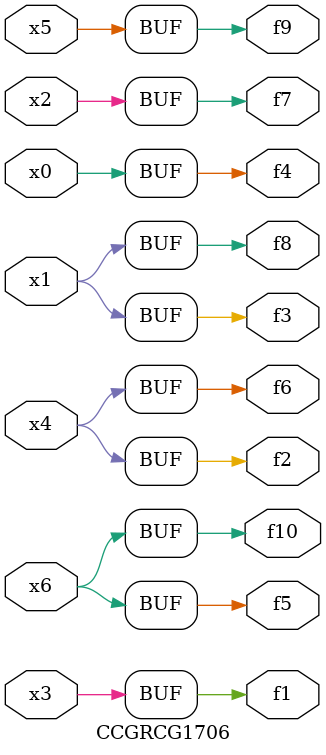
<source format=v>
module CCGRCG1706(
	input x0, x1, x2, x3, x4, x5, x6,
	output f1, f2, f3, f4, f5, f6, f7, f8, f9, f10
);
	assign f1 = x3;
	assign f2 = x4;
	assign f3 = x1;
	assign f4 = x0;
	assign f5 = x6;
	assign f6 = x4;
	assign f7 = x2;
	assign f8 = x1;
	assign f9 = x5;
	assign f10 = x6;
endmodule

</source>
